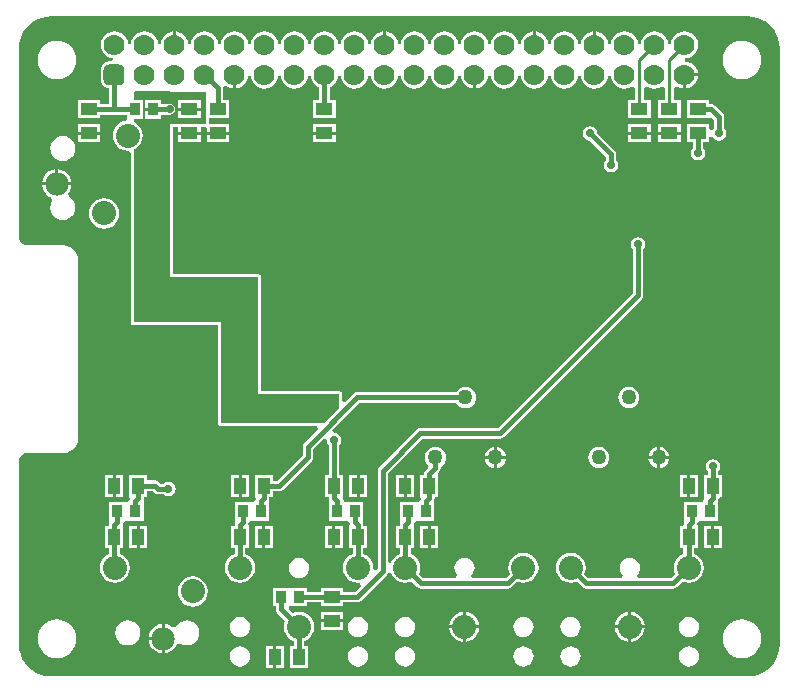
<source format=gbl>
G04*
G04 #@! TF.GenerationSoftware,Altium Limited,Altium Designer,20.2.4 (192)*
G04*
G04 Layer_Physical_Order=2*
G04 Layer_Color=16711680*
%FSLAX25Y25*%
%MOIN*%
G70*
G04*
G04 #@! TF.SameCoordinates,F9DD2519-DED0-4D21-AB53-5B03216E6D2C*
G04*
G04*
G04 #@! TF.FilePolarity,Positive*
G04*
G01*
G75*
%ADD11C,0.01000*%
%ADD15R,0.03400X0.04200*%
%ADD16R,0.04000X0.05500*%
%ADD20R,0.05500X0.04000*%
%ADD39C,0.07800*%
%ADD42C,0.01500*%
%ADD43C,0.05000*%
%ADD44C,0.08000*%
%ADD45C,0.07000*%
G04:AMPARAMS|DCode=46|XSize=70mil|YSize=70mil|CornerRadius=17.5mil|HoleSize=0mil|Usage=FLASHONLY|Rotation=0.000|XOffset=0mil|YOffset=0mil|HoleType=Round|Shape=RoundedRectangle|*
%AMROUNDEDRECTD46*
21,1,0.07000,0.03500,0,0,0.0*
21,1,0.03500,0.07000,0,0,0.0*
1,1,0.03500,0.01750,-0.01750*
1,1,0.03500,-0.01750,-0.01750*
1,1,0.03500,-0.01750,0.01750*
1,1,0.03500,0.01750,0.01750*
%
%ADD46ROUNDEDRECTD46*%
%ADD47C,0.02800*%
G36*
X212807Y19450D02*
X214431Y19060D01*
X215974Y18421D01*
X217398Y17548D01*
X218668Y16463D01*
X219753Y15193D01*
X220625Y13769D01*
X221265Y12226D01*
X221655Y10602D01*
X221784Y8956D01*
X221780Y8937D01*
Y-189882D01*
X221784Y-189901D01*
X221655Y-191547D01*
X221265Y-193171D01*
X220625Y-194714D01*
X219753Y-196138D01*
X218668Y-197408D01*
X217398Y-198493D01*
X215974Y-199366D01*
X214431Y-200005D01*
X212807Y-200395D01*
X211161Y-200524D01*
X211142Y-200520D01*
X-21142D01*
X-21161Y-200524D01*
X-22807Y-200395D01*
X-24431Y-200005D01*
X-25974Y-199366D01*
X-27398Y-198493D01*
X-28668Y-197408D01*
X-29753Y-196138D01*
X-30626Y-194714D01*
X-31265Y-193171D01*
X-31655Y-191547D01*
X-31784Y-189901D01*
X-31780Y-189882D01*
Y-128858D01*
X-31776D01*
X-31682Y-128144D01*
X-31407Y-127478D01*
X-30968Y-126906D01*
X-30396Y-126468D01*
X-29730Y-126192D01*
X-29016Y-126098D01*
Y-126094D01*
X-17205D01*
Y-126115D01*
X-15877Y-125940D01*
X-14639Y-125428D01*
X-13577Y-124612D01*
X-12761Y-123550D01*
X-12249Y-122312D01*
X-12074Y-120984D01*
X-12095Y-120984D01*
Y-61929D01*
X-12074Y-61929D01*
X-12249Y-60601D01*
X-12761Y-59364D01*
X-13577Y-58301D01*
X-14639Y-57486D01*
X-15877Y-56973D01*
X-17205Y-56798D01*
Y-56820D01*
X-17205Y-56820D01*
X-29016D01*
Y-56816D01*
X-29730Y-56722D01*
X-30396Y-56446D01*
X-30968Y-56007D01*
X-31407Y-55436D01*
X-31682Y-54770D01*
X-31776Y-54055D01*
X-31780D01*
Y8937D01*
X-31784Y8956D01*
X-31655Y10602D01*
X-31265Y12226D01*
X-30626Y13769D01*
X-29753Y15193D01*
X-28668Y16463D01*
X-27398Y17548D01*
X-25974Y18421D01*
X-24431Y19060D01*
X-22807Y19450D01*
X-21161Y19579D01*
X-21142Y19576D01*
X211142D01*
X211161Y19579D01*
X212807Y19450D01*
D02*
G37*
%LPC*%
G36*
X190000Y14539D02*
X188825Y14384D01*
X187731Y13931D01*
X186791Y13209D01*
X186069Y12269D01*
X185616Y11175D01*
X185547Y10655D01*
X185504Y10328D01*
X184496D01*
X184453Y10655D01*
X184384Y11175D01*
X183931Y12269D01*
X183209Y13209D01*
X182269Y13931D01*
X181175Y14384D01*
X180000Y14539D01*
X178825Y14384D01*
X177731Y13931D01*
X176791Y13209D01*
X176069Y12269D01*
X175616Y11175D01*
X175547Y10655D01*
X175504Y10328D01*
X174496D01*
X174453Y10655D01*
X174384Y11175D01*
X173931Y12269D01*
X173209Y13209D01*
X172269Y13931D01*
X171175Y14384D01*
X170000Y14539D01*
X168825Y14384D01*
X167731Y13931D01*
X166791Y13209D01*
X166069Y12269D01*
X165616Y11175D01*
X165547Y10655D01*
X165504Y10328D01*
X164496D01*
X164453Y10655D01*
X164384Y11175D01*
X163931Y12269D01*
X163209Y13209D01*
X162269Y13931D01*
X161175Y14384D01*
X160500Y14473D01*
Y10000D01*
X159500D01*
Y14473D01*
X158825Y14384D01*
X157731Y13931D01*
X156791Y13209D01*
X156069Y12269D01*
X155616Y11175D01*
X155547Y10655D01*
X155504Y10328D01*
X154496D01*
X154453Y10655D01*
X154384Y11175D01*
X153931Y12269D01*
X153209Y13209D01*
X152269Y13931D01*
X151175Y14384D01*
X150000Y14539D01*
X148825Y14384D01*
X147731Y13931D01*
X146791Y13209D01*
X146069Y12269D01*
X145616Y11175D01*
X145547Y10655D01*
X145504Y10328D01*
X144496D01*
X144453Y10655D01*
X144384Y11175D01*
X143931Y12269D01*
X143209Y13209D01*
X142269Y13931D01*
X141175Y14384D01*
X140500Y14473D01*
Y10000D01*
X139500D01*
Y14473D01*
X138825Y14384D01*
X137731Y13931D01*
X136791Y13209D01*
X136069Y12269D01*
X135616Y11175D01*
X135547Y10655D01*
X135504Y10328D01*
X134496D01*
X134453Y10655D01*
X134384Y11175D01*
X133931Y12269D01*
X133209Y13209D01*
X132269Y13931D01*
X131175Y14384D01*
X130000Y14539D01*
X128825Y14384D01*
X127731Y13931D01*
X126791Y13209D01*
X126069Y12269D01*
X125616Y11175D01*
X125547Y10655D01*
X125504Y10328D01*
X124496D01*
X124453Y10655D01*
X124384Y11175D01*
X123931Y12269D01*
X123209Y13209D01*
X122269Y13931D01*
X121175Y14384D01*
X120000Y14539D01*
X118825Y14384D01*
X117731Y13931D01*
X116791Y13209D01*
X116069Y12269D01*
X115616Y11175D01*
X115547Y10655D01*
X115504Y10328D01*
X114496D01*
X114453Y10655D01*
X114384Y11175D01*
X113931Y12269D01*
X113209Y13209D01*
X112269Y13931D01*
X111175Y14384D01*
X110000Y14539D01*
X108825Y14384D01*
X107731Y13931D01*
X106791Y13209D01*
X106069Y12269D01*
X105616Y11175D01*
X105547Y10655D01*
X105504Y10328D01*
X104496D01*
X104453Y10655D01*
X104384Y11175D01*
X103931Y12269D01*
X103209Y13209D01*
X102269Y13931D01*
X101175Y14384D01*
X100000Y14539D01*
X98825Y14384D01*
X97731Y13931D01*
X96791Y13209D01*
X96069Y12269D01*
X95616Y11175D01*
X95547Y10655D01*
X95504Y10328D01*
X94496D01*
X94453Y10655D01*
X94384Y11175D01*
X93931Y12269D01*
X93209Y13209D01*
X92269Y13931D01*
X91175Y14384D01*
X90500Y14473D01*
Y10000D01*
X89500D01*
Y14473D01*
X88825Y14384D01*
X87731Y13931D01*
X86791Y13209D01*
X86069Y12269D01*
X85616Y11175D01*
X85547Y10655D01*
X85504Y10328D01*
X84496D01*
X84453Y10655D01*
X84384Y11175D01*
X83931Y12269D01*
X83209Y13209D01*
X82269Y13931D01*
X81175Y14384D01*
X80000Y14539D01*
X78825Y14384D01*
X77731Y13931D01*
X76791Y13209D01*
X76069Y12269D01*
X75616Y11175D01*
X75547Y10655D01*
X75504Y10328D01*
X74496D01*
X74453Y10655D01*
X74384Y11175D01*
X73931Y12269D01*
X73209Y13209D01*
X72269Y13931D01*
X71175Y14384D01*
X70000Y14539D01*
X68825Y14384D01*
X67731Y13931D01*
X66791Y13209D01*
X66069Y12269D01*
X65616Y11175D01*
X65547Y10655D01*
X65504Y10328D01*
X64496D01*
X64453Y10655D01*
X64384Y11175D01*
X63931Y12269D01*
X63209Y13209D01*
X62269Y13931D01*
X61175Y14384D01*
X60000Y14539D01*
X58825Y14384D01*
X57731Y13931D01*
X56791Y13209D01*
X56069Y12269D01*
X55616Y11175D01*
X55547Y10655D01*
X55504Y10328D01*
X54496D01*
X54453Y10655D01*
X54384Y11175D01*
X53931Y12269D01*
X53209Y13209D01*
X52269Y13931D01*
X51175Y14384D01*
X50000Y14539D01*
X48825Y14384D01*
X47731Y13931D01*
X46791Y13209D01*
X46069Y12269D01*
X45616Y11175D01*
X45547Y10655D01*
X45504Y10328D01*
X44496D01*
X44453Y10655D01*
X44384Y11175D01*
X43931Y12269D01*
X43209Y13209D01*
X42269Y13931D01*
X41175Y14384D01*
X40000Y14539D01*
X38825Y14384D01*
X37731Y13931D01*
X36791Y13209D01*
X36069Y12269D01*
X35616Y11175D01*
X35547Y10655D01*
X35504Y10328D01*
X34496D01*
X34453Y10655D01*
X34384Y11175D01*
X33931Y12269D01*
X33209Y13209D01*
X32269Y13931D01*
X31175Y14384D01*
X30000Y14539D01*
X28825Y14384D01*
X27731Y13931D01*
X26791Y13209D01*
X26069Y12269D01*
X25616Y11175D01*
X25547Y10655D01*
X25504Y10328D01*
X24496D01*
X24453Y10655D01*
X24384Y11175D01*
X23931Y12269D01*
X23209Y13209D01*
X22269Y13931D01*
X21175Y14384D01*
X20500Y14473D01*
Y10000D01*
X19500D01*
Y14473D01*
X18825Y14384D01*
X17731Y13931D01*
X16791Y13209D01*
X16069Y12269D01*
X15616Y11175D01*
X15547Y10655D01*
X15504Y10328D01*
X14496D01*
X14453Y10655D01*
X14384Y11175D01*
X13931Y12269D01*
X13209Y13209D01*
X12269Y13931D01*
X11175Y14384D01*
X10000Y14539D01*
X8825Y14384D01*
X7731Y13931D01*
X6791Y13209D01*
X6069Y12269D01*
X5616Y11175D01*
X5547Y10655D01*
X5504Y10328D01*
X4496D01*
X4453Y10655D01*
X4384Y11175D01*
X3931Y12269D01*
X3209Y13209D01*
X2269Y13931D01*
X1175Y14384D01*
X0Y14539D01*
X-1175Y14384D01*
X-2269Y13931D01*
X-3209Y13209D01*
X-3931Y12269D01*
X-4384Y11175D01*
X-4539Y10000D01*
X-4384Y8825D01*
X-3931Y7731D01*
X-3209Y6791D01*
X-2269Y6069D01*
X-1175Y5616D01*
X-499Y5527D01*
X-475Y5524D01*
X-501Y5129D01*
X-501D01*
X-501Y5129D01*
X-1250Y4524D01*
X-1750D01*
X-2468Y4429D01*
X-3137Y4152D01*
X-3711Y3711D01*
X-4152Y3137D01*
X-4429Y2468D01*
X-4524Y1750D01*
Y-1750D01*
X-4429Y-2468D01*
X-4152Y-3137D01*
X-3711Y-3711D01*
X-3137Y-4152D01*
X-2468Y-4429D01*
X-1784Y-4519D01*
Y-9716D01*
X-4750D01*
Y-8500D01*
X-12250D01*
Y-14500D01*
X-4750D01*
Y-13284D01*
X4300D01*
Y-14600D01*
X3577Y-15269D01*
X3144Y-15326D01*
X1927Y-15829D01*
X883Y-16631D01*
X81Y-17675D01*
X-422Y-18892D01*
X-594Y-20197D01*
X-422Y-21502D01*
X81Y-22718D01*
X883Y-23763D01*
X1927Y-24564D01*
X3144Y-25068D01*
X4449Y-25240D01*
X4729Y-25203D01*
X5480Y-25863D01*
Y-82500D01*
X5558Y-82890D01*
X5779Y-83221D01*
X6110Y-83442D01*
X6500Y-83520D01*
X34480Y-83520D01*
Y-116000D01*
X34558Y-116390D01*
X34779Y-116721D01*
X35110Y-116942D01*
X35500Y-117020D01*
X67651D01*
X68033Y-117944D01*
X63238Y-122738D01*
X62852Y-123317D01*
X62716Y-124000D01*
Y-126761D01*
X54261Y-135216D01*
X52882D01*
Y-133250D01*
X46882D01*
Y-140750D01*
X46882D01*
X47054Y-141400D01*
X46481Y-142400D01*
X45582Y-142400D01*
X45182Y-142400D01*
X40182D01*
Y-148600D01*
X40182Y-148600D01*
X40139Y-149582D01*
X40046Y-150052D01*
Y-150282D01*
X38850D01*
Y-157782D01*
X40066D01*
Y-159618D01*
X39329Y-159924D01*
X38284Y-160725D01*
X37483Y-161770D01*
X36979Y-162986D01*
X36807Y-164291D01*
X36979Y-165597D01*
X37483Y-166813D01*
X38284Y-167857D01*
X39329Y-168659D01*
X40545Y-169163D01*
X41850Y-169334D01*
X43156Y-169163D01*
X44372Y-168659D01*
X45416Y-167857D01*
X46218Y-166813D01*
X46722Y-165597D01*
X46894Y-164291D01*
X46722Y-162986D01*
X46218Y-161770D01*
X45416Y-160725D01*
X44372Y-159924D01*
X43635Y-159618D01*
Y-157782D01*
X44850D01*
Y-150282D01*
X44850D01*
X44658Y-149600D01*
X45208Y-148600D01*
X46182Y-148600D01*
X46582Y-148600D01*
X51582D01*
Y-142400D01*
X51582D01*
X51586Y-141402D01*
X51666Y-141000D01*
Y-140750D01*
X52882D01*
Y-138784D01*
X55000D01*
X55683Y-138648D01*
X56262Y-138262D01*
X65762Y-128762D01*
X66149Y-128183D01*
X66284Y-127500D01*
X66284Y-127500D01*
Y-124739D01*
X69866Y-121158D01*
X70788Y-121650D01*
X70774Y-121721D01*
X70960Y-122657D01*
X71436Y-123370D01*
Y-133271D01*
X70221D01*
Y-140770D01*
X71436D01*
Y-141021D01*
X71516Y-141422D01*
X71521Y-142420D01*
X71521D01*
Y-148620D01*
X76521D01*
X77521Y-148620D01*
X77956Y-148811D01*
X78074Y-148957D01*
X78377Y-149620D01*
X78200Y-150250D01*
X78200D01*
Y-157750D01*
X79436D01*
Y-159618D01*
X78699Y-159924D01*
X77654Y-160725D01*
X76853Y-161770D01*
X76349Y-162986D01*
X76177Y-164291D01*
X76349Y-165597D01*
X76853Y-166813D01*
X77654Y-167857D01*
X78699Y-168659D01*
X79915Y-169163D01*
X81221Y-169334D01*
X81805Y-169257D01*
X82272Y-170205D01*
X80261Y-172216D01*
X76250D01*
Y-171000D01*
X68750D01*
Y-172216D01*
X64200D01*
Y-170900D01*
X59200D01*
X58200Y-170900D01*
X57800Y-170900D01*
X52800D01*
Y-177100D01*
X53716D01*
Y-177941D01*
X53851Y-178624D01*
X54238Y-179203D01*
X56969Y-181934D01*
X56664Y-182671D01*
X56492Y-183976D01*
X56664Y-185282D01*
X57168Y-186498D01*
X57969Y-187542D01*
X59014Y-188344D01*
X59716Y-188635D01*
Y-190250D01*
X58500D01*
Y-197750D01*
X64500D01*
Y-190250D01*
X63284D01*
Y-188664D01*
X64057Y-188344D01*
X65101Y-187542D01*
X65903Y-186498D01*
X66407Y-185282D01*
X66579Y-183976D01*
X66407Y-182671D01*
X65903Y-181455D01*
X65101Y-180410D01*
X64057Y-179609D01*
X62841Y-179105D01*
X61535Y-178933D01*
X60230Y-179105D01*
X59493Y-179411D01*
X58182Y-178100D01*
X58200Y-177100D01*
X58800D01*
X59200Y-177100D01*
X64200D01*
Y-175784D01*
X68750D01*
Y-177000D01*
X76250D01*
Y-175784D01*
X81000D01*
X81683Y-175648D01*
X82262Y-175262D01*
X90762Y-166762D01*
X90762Y-166762D01*
X91149Y-166183D01*
X91184Y-166005D01*
X92224Y-165902D01*
X92601Y-166813D01*
X93402Y-167857D01*
X94447Y-168659D01*
X95663Y-169163D01*
X96969Y-169334D01*
X98274Y-169163D01*
X99011Y-168857D01*
X100916Y-170762D01*
X100916Y-170762D01*
X101494Y-171149D01*
X102177Y-171284D01*
X102177Y-171284D01*
X131130D01*
X131813Y-171149D01*
X132392Y-170762D01*
X134296Y-168857D01*
X135033Y-169163D01*
X136339Y-169334D01*
X137644Y-169163D01*
X138860Y-168659D01*
X139905Y-167857D01*
X140706Y-166813D01*
X141210Y-165597D01*
X141382Y-164291D01*
X141210Y-162986D01*
X140706Y-161770D01*
X139905Y-160725D01*
X138860Y-159924D01*
X137644Y-159420D01*
X136339Y-159248D01*
X135033Y-159420D01*
X133817Y-159924D01*
X132773Y-160725D01*
X131971Y-161770D01*
X131467Y-162986D01*
X131296Y-164291D01*
X131467Y-165597D01*
X131773Y-166334D01*
X130391Y-167716D01*
X119357D01*
X119017Y-166716D01*
X119052Y-166689D01*
X119590Y-165987D01*
X119929Y-165169D01*
X120045Y-164291D01*
X119929Y-163414D01*
X119590Y-162596D01*
X119052Y-161893D01*
X118349Y-161354D01*
X117531Y-161016D01*
X116654Y-160900D01*
X115776Y-161016D01*
X114958Y-161354D01*
X114256Y-161893D01*
X113717Y-162596D01*
X113378Y-163414D01*
X113262Y-164291D01*
X113378Y-165169D01*
X113717Y-165987D01*
X114256Y-166689D01*
X114290Y-166716D01*
X113951Y-167716D01*
X102916D01*
X101534Y-166334D01*
X101840Y-165597D01*
X102012Y-164291D01*
X101840Y-162986D01*
X101336Y-161770D01*
X100535Y-160725D01*
X99490Y-159924D01*
X98753Y-159618D01*
Y-157750D01*
X100000D01*
Y-150250D01*
X100000D01*
X99827Y-149600D01*
X100401Y-148600D01*
X101300Y-148600D01*
X101700Y-148600D01*
X106700D01*
Y-142400D01*
X106700D01*
X106704Y-141402D01*
X106784Y-141000D01*
Y-140750D01*
X108000D01*
Y-133250D01*
X108000D01*
X107787Y-132736D01*
X108262Y-132262D01*
X108262Y-132262D01*
X108649Y-131683D01*
X108784Y-131000D01*
X108784Y-131000D01*
Y-130543D01*
X109496Y-129996D01*
X110057Y-129265D01*
X110410Y-128414D01*
X110530Y-127500D01*
X110410Y-126586D01*
X110057Y-125735D01*
X109496Y-125004D01*
X108765Y-124443D01*
X107914Y-124090D01*
X107000Y-123970D01*
X106086Y-124090D01*
X105235Y-124443D01*
X104504Y-125004D01*
X103943Y-125735D01*
X103590Y-126586D01*
X103470Y-127500D01*
X103590Y-128414D01*
X103943Y-129265D01*
X104504Y-129996D01*
X104564Y-130913D01*
X103738Y-131738D01*
X103351Y-132317D01*
X103216Y-133000D01*
Y-133250D01*
X102000D01*
Y-140750D01*
X102000D01*
X102173Y-141400D01*
X101599Y-142400D01*
X100700Y-142400D01*
X100300Y-142400D01*
X95300D01*
Y-148600D01*
X95300Y-148600D01*
X95296Y-149598D01*
X95216Y-150000D01*
Y-150250D01*
X94000D01*
Y-157750D01*
X95184D01*
Y-159618D01*
X94447Y-159924D01*
X93402Y-160725D01*
X92601Y-161770D01*
X92284Y-162534D01*
X91284Y-162336D01*
Y-132739D01*
X102739Y-121284D01*
X128500D01*
X129183Y-121149D01*
X129762Y-120762D01*
X175762Y-74762D01*
X175762Y-74762D01*
X176148Y-74183D01*
X176284Y-73500D01*
Y-58149D01*
X176761Y-57436D01*
X176947Y-56500D01*
X176761Y-55564D01*
X176230Y-54770D01*
X175436Y-54239D01*
X174500Y-54053D01*
X173564Y-54239D01*
X172770Y-54770D01*
X172239Y-55564D01*
X172053Y-56500D01*
X172239Y-57436D01*
X172716Y-58149D01*
Y-72761D01*
X127761Y-117716D01*
X102000D01*
X102000Y-117716D01*
X101317Y-117851D01*
X100738Y-118238D01*
X88238Y-130738D01*
X87852Y-131317D01*
X87716Y-132000D01*
Y-164605D01*
X87159Y-165040D01*
X86228Y-164566D01*
X86264Y-164291D01*
X86092Y-162986D01*
X85588Y-161770D01*
X84786Y-160725D01*
X83742Y-159924D01*
X83005Y-159618D01*
Y-157750D01*
X84200D01*
Y-150250D01*
X83005D01*
Y-150021D01*
X82925Y-149619D01*
X82920Y-148620D01*
X82920Y-148620D01*
Y-142420D01*
X77921D01*
X76920Y-142420D01*
X76457Y-142218D01*
X76379Y-142122D01*
X76048Y-141420D01*
X76221Y-140770D01*
X76221D01*
Y-133271D01*
X75005D01*
Y-123370D01*
X75481Y-122657D01*
X75668Y-121721D01*
X75481Y-120784D01*
X74951Y-119990D01*
X74157Y-119460D01*
X73220Y-119273D01*
X73150Y-119288D01*
X72658Y-118366D01*
X81739Y-109284D01*
X113958D01*
X114504Y-109996D01*
X115235Y-110557D01*
X116086Y-110910D01*
X117000Y-111030D01*
X117914Y-110910D01*
X118765Y-110557D01*
X119496Y-109996D01*
X120057Y-109265D01*
X120410Y-108414D01*
X120530Y-107500D01*
X120410Y-106586D01*
X120057Y-105735D01*
X119496Y-105004D01*
X118765Y-104443D01*
X117914Y-104090D01*
X117000Y-103970D01*
X116086Y-104090D01*
X115235Y-104443D01*
X114504Y-105004D01*
X113958Y-105716D01*
X81000D01*
X80317Y-105851D01*
X79738Y-106238D01*
X79738Y-106238D01*
X76943Y-109033D01*
X76020Y-108651D01*
Y-106500D01*
X75942Y-106110D01*
X75721Y-105779D01*
X75390Y-105558D01*
X75000Y-105480D01*
X49020D01*
Y-67500D01*
X48942Y-67110D01*
X48721Y-66779D01*
X48390Y-66558D01*
X48000Y-66480D01*
X19520D01*
Y-17520D01*
X21250D01*
Y-19000D01*
X28750D01*
Y-17520D01*
X30500D01*
X30750Y-17725D01*
Y-19000D01*
X38250D01*
Y-16500D01*
X31520D01*
Y-14500D01*
X38250D01*
Y-8500D01*
X36284D01*
Y-4500D01*
X36186Y-4006D01*
X36673Y-3543D01*
X37002Y-3371D01*
X37731Y-3931D01*
X38825Y-4384D01*
X39500Y-4473D01*
Y0D01*
X40500D01*
Y-4473D01*
X41175Y-4384D01*
X42269Y-3931D01*
X43209Y-3209D01*
X43931Y-2269D01*
X44384Y-1175D01*
X44453Y-654D01*
X44496Y-328D01*
X45504D01*
X45547Y-654D01*
X45616Y-1175D01*
X46069Y-2269D01*
X46791Y-3209D01*
X47731Y-3931D01*
X48825Y-4384D01*
X50000Y-4539D01*
X51175Y-4384D01*
X52269Y-3931D01*
X53209Y-3209D01*
X53931Y-2269D01*
X54384Y-1175D01*
X54453Y-654D01*
X54496Y-328D01*
X55504D01*
X55547Y-654D01*
X55616Y-1175D01*
X56069Y-2269D01*
X56791Y-3209D01*
X57731Y-3931D01*
X58825Y-4384D01*
X60000Y-4539D01*
X61175Y-4384D01*
X62269Y-3931D01*
X63209Y-3209D01*
X63931Y-2269D01*
X64384Y-1175D01*
X64453Y-654D01*
X64496Y-328D01*
X65504D01*
X65547Y-654D01*
X65616Y-1175D01*
X66069Y-2269D01*
X66791Y-3209D01*
X67731Y-3931D01*
X68216Y-4132D01*
Y-8500D01*
X66250D01*
Y-14500D01*
X73750D01*
Y-8500D01*
X71784D01*
Y-4132D01*
X72269Y-3931D01*
X73209Y-3209D01*
X73931Y-2269D01*
X74384Y-1175D01*
X74453Y-654D01*
X74496Y-328D01*
X75504D01*
X75547Y-654D01*
X75616Y-1175D01*
X76069Y-2269D01*
X76791Y-3209D01*
X77731Y-3931D01*
X78825Y-4384D01*
X80000Y-4539D01*
X81175Y-4384D01*
X82269Y-3931D01*
X83209Y-3209D01*
X83931Y-2269D01*
X84384Y-1175D01*
X84453Y-654D01*
X84496Y-328D01*
X85504D01*
X85547Y-654D01*
X85616Y-1175D01*
X86069Y-2269D01*
X86791Y-3209D01*
X87731Y-3931D01*
X88825Y-4384D01*
X90000Y-4539D01*
X91175Y-4384D01*
X92269Y-3931D01*
X93209Y-3209D01*
X93931Y-2269D01*
X94384Y-1175D01*
X94453Y-654D01*
X94496Y-328D01*
X95504D01*
X95547Y-654D01*
X95616Y-1175D01*
X96069Y-2269D01*
X96791Y-3209D01*
X97731Y-3931D01*
X98825Y-4384D01*
X100000Y-4539D01*
X101175Y-4384D01*
X102269Y-3931D01*
X103209Y-3209D01*
X103931Y-2269D01*
X104384Y-1175D01*
X104453Y-654D01*
X104496Y-328D01*
X105504D01*
X105547Y-654D01*
X105616Y-1175D01*
X106069Y-2269D01*
X106791Y-3209D01*
X107731Y-3931D01*
X108825Y-4384D01*
X110000Y-4539D01*
X111175Y-4384D01*
X112269Y-3931D01*
X113209Y-3209D01*
X113931Y-2269D01*
X114384Y-1175D01*
X114453Y-654D01*
X114496Y-328D01*
X115504D01*
X115547Y-654D01*
X115616Y-1175D01*
X116069Y-2269D01*
X116791Y-3209D01*
X117731Y-3931D01*
X118825Y-4384D01*
X119500Y-4473D01*
Y0D01*
X120500D01*
Y-4473D01*
X121175Y-4384D01*
X122269Y-3931D01*
X123209Y-3209D01*
X123931Y-2269D01*
X124384Y-1175D01*
X124453Y-654D01*
X124496Y-328D01*
X125504D01*
X125547Y-654D01*
X125616Y-1175D01*
X126069Y-2269D01*
X126791Y-3209D01*
X127731Y-3931D01*
X128825Y-4384D01*
X130000Y-4539D01*
X131175Y-4384D01*
X132269Y-3931D01*
X133209Y-3209D01*
X133931Y-2269D01*
X134384Y-1175D01*
X134453Y-654D01*
X134496Y-328D01*
X135504D01*
X135547Y-654D01*
X135616Y-1175D01*
X136069Y-2269D01*
X136791Y-3209D01*
X137731Y-3931D01*
X138825Y-4384D01*
X140000Y-4539D01*
X141175Y-4384D01*
X142269Y-3931D01*
X143209Y-3209D01*
X143931Y-2269D01*
X144384Y-1175D01*
X144453Y-654D01*
X144496Y-328D01*
X145504D01*
X145547Y-654D01*
X145616Y-1175D01*
X146069Y-2269D01*
X146791Y-3209D01*
X147731Y-3931D01*
X148825Y-4384D01*
X150000Y-4539D01*
X151175Y-4384D01*
X152269Y-3931D01*
X153209Y-3209D01*
X153931Y-2269D01*
X154384Y-1175D01*
X154453Y-654D01*
X154496Y-328D01*
X155504D01*
X155547Y-654D01*
X155616Y-1175D01*
X156069Y-2269D01*
X156791Y-3209D01*
X157731Y-3931D01*
X158825Y-4384D01*
X160000Y-4539D01*
X161175Y-4384D01*
X162269Y-3931D01*
X163209Y-3209D01*
X163931Y-2269D01*
X164384Y-1175D01*
X164453Y-654D01*
X164496Y-328D01*
X165504D01*
X165547Y-654D01*
X165616Y-1175D01*
X166069Y-2269D01*
X166791Y-3209D01*
X167731Y-3931D01*
X168825Y-4384D01*
X170000Y-4539D01*
X171175Y-4384D01*
X172269Y-3931D01*
X172471Y-3776D01*
X173471Y-4270D01*
Y-8500D01*
X171250D01*
Y-14500D01*
X178750D01*
Y-8500D01*
X176529D01*
Y-4270D01*
X177529Y-3776D01*
X177731Y-3931D01*
X178825Y-4384D01*
X180000Y-4539D01*
X181175Y-4384D01*
X182269Y-3931D01*
X182471Y-3776D01*
X183471Y-4270D01*
Y-8500D01*
X181250D01*
Y-14500D01*
X188750D01*
Y-8500D01*
X186529D01*
Y-4270D01*
X187529Y-3776D01*
X187731Y-3931D01*
X188825Y-4384D01*
X189500Y-4473D01*
Y0D01*
X190000D01*
Y500D01*
X194473D01*
X194384Y1175D01*
X193931Y2269D01*
X193209Y3209D01*
X192269Y3931D01*
X191175Y4384D01*
X190655Y4453D01*
X190328Y4496D01*
Y5504D01*
X190655Y5547D01*
X191175Y5616D01*
X192269Y6069D01*
X193209Y6791D01*
X193931Y7731D01*
X194384Y8825D01*
X194539Y10000D01*
X194384Y11175D01*
X193931Y12269D01*
X193209Y13209D01*
X192269Y13931D01*
X191175Y14384D01*
X190000Y14539D01*
D02*
G37*
G36*
X209173Y11444D02*
X207916Y11321D01*
X206707Y10954D01*
X205593Y10358D01*
X204616Y9557D01*
X203815Y8580D01*
X203219Y7466D01*
X202853Y6257D01*
X202729Y5000D01*
X202853Y3743D01*
X203219Y2534D01*
X203815Y1420D01*
X204616Y443D01*
X205593Y-358D01*
X206707Y-954D01*
X207916Y-1321D01*
X209173Y-1444D01*
X210431Y-1321D01*
X211639Y-954D01*
X212754Y-358D01*
X213730Y443D01*
X214532Y1420D01*
X215127Y2534D01*
X215494Y3743D01*
X215618Y5000D01*
X215494Y6257D01*
X215127Y7466D01*
X214532Y8580D01*
X213730Y9557D01*
X212754Y10358D01*
X211639Y10954D01*
X210431Y11321D01*
X209173Y11444D01*
D02*
G37*
G36*
X-19173D02*
X-20430Y11321D01*
X-21639Y10954D01*
X-22754Y10358D01*
X-23730Y9557D01*
X-24532Y8580D01*
X-25127Y7466D01*
X-25494Y6257D01*
X-25618Y5000D01*
X-25494Y3743D01*
X-25127Y2534D01*
X-24532Y1420D01*
X-23730Y443D01*
X-22754Y-358D01*
X-21639Y-954D01*
X-20430Y-1321D01*
X-19173Y-1444D01*
X-17916Y-1321D01*
X-16707Y-954D01*
X-15593Y-358D01*
X-14616Y443D01*
X-13815Y1420D01*
X-13219Y2534D01*
X-12853Y3743D01*
X-12729Y5000D01*
X-12853Y6257D01*
X-13219Y7466D01*
X-13815Y8580D01*
X-14616Y9557D01*
X-15593Y10358D01*
X-16707Y10954D01*
X-17916Y11321D01*
X-19173Y11444D01*
D02*
G37*
G36*
X194473Y-500D02*
X190500D01*
Y-4473D01*
X191175Y-4384D01*
X192269Y-3931D01*
X193209Y-3209D01*
X193931Y-2269D01*
X194384Y-1175D01*
X194473Y-500D01*
D02*
G37*
G36*
X198250Y-8500D02*
X190750D01*
Y-14500D01*
X198250D01*
Y-14500D01*
X198873Y-14359D01*
X199716Y-15076D01*
Y-17772D01*
X199250Y-18260D01*
X198250Y-17893D01*
Y-16500D01*
X190750D01*
Y-22500D01*
X192716D01*
Y-24351D01*
X192239Y-25064D01*
X192053Y-26000D01*
X192239Y-26936D01*
X192770Y-27730D01*
X193564Y-28261D01*
X194500Y-28447D01*
X195436Y-28261D01*
X196230Y-27730D01*
X196761Y-26936D01*
X196947Y-26000D01*
X196761Y-25064D01*
X196284Y-24351D01*
Y-22500D01*
X198250D01*
Y-20589D01*
X199239Y-20436D01*
X199770Y-21230D01*
X200564Y-21761D01*
X201500Y-21947D01*
X202436Y-21761D01*
X203230Y-21230D01*
X203761Y-20436D01*
X203947Y-19500D01*
X203761Y-18564D01*
X203284Y-17851D01*
Y-14000D01*
X203149Y-13317D01*
X202762Y-12738D01*
X202762Y-12738D01*
X200262Y-10238D01*
X199683Y-9851D01*
X199000Y-9716D01*
X198250D01*
Y-8500D01*
D02*
G37*
G36*
X188750Y-16500D02*
X181250D01*
Y-19000D01*
X188750D01*
Y-16500D01*
D02*
G37*
G36*
X178750D02*
X171250D01*
Y-19000D01*
X178750D01*
Y-16500D01*
D02*
G37*
G36*
X73750D02*
X66250D01*
Y-19000D01*
X73750D01*
Y-16500D01*
D02*
G37*
G36*
X-4750D02*
X-12250D01*
Y-19000D01*
X-4750D01*
Y-16500D01*
D02*
G37*
G36*
X188750Y-20000D02*
X181250D01*
Y-22500D01*
X188750D01*
Y-20000D01*
D02*
G37*
G36*
X178750D02*
X171250D01*
Y-22500D01*
X178750D01*
Y-20000D01*
D02*
G37*
G36*
X73750D02*
X66250D01*
Y-22500D01*
X73750D01*
Y-20000D01*
D02*
G37*
G36*
X38250D02*
X30750D01*
Y-22500D01*
X38250D01*
Y-20000D01*
D02*
G37*
G36*
X28750D02*
X21250D01*
Y-22500D01*
X28750D01*
Y-20000D01*
D02*
G37*
G36*
X-4750D02*
X-12250D01*
Y-22500D01*
X-4750D01*
Y-20000D01*
D02*
G37*
G36*
X-17205Y-20342D02*
X-18288Y-20484D01*
X-19298Y-20902D01*
X-20165Y-21568D01*
X-20830Y-22435D01*
X-21248Y-23444D01*
X-21391Y-24528D01*
X-21248Y-25611D01*
X-20830Y-26621D01*
X-20165Y-27487D01*
X-19298Y-28153D01*
X-18288Y-28571D01*
X-17205Y-28713D01*
X-16121Y-28571D01*
X-15112Y-28153D01*
X-14245Y-27487D01*
X-13580Y-26621D01*
X-13161Y-25611D01*
X-13019Y-24528D01*
X-13161Y-23444D01*
X-13580Y-22435D01*
X-14245Y-21568D01*
X-15112Y-20902D01*
X-16121Y-20484D01*
X-17205Y-20342D01*
D02*
G37*
G36*
X158500Y-17053D02*
X157564Y-17239D01*
X156770Y-17770D01*
X156239Y-18564D01*
X156053Y-19500D01*
X156239Y-20436D01*
X156770Y-21230D01*
X157564Y-21761D01*
X158405Y-21928D01*
X163716Y-27239D01*
Y-28350D01*
X163239Y-29064D01*
X163053Y-30000D01*
X163239Y-30936D01*
X163770Y-31730D01*
X164564Y-32261D01*
X165500Y-32447D01*
X166436Y-32261D01*
X167230Y-31730D01*
X167761Y-30936D01*
X167947Y-30000D01*
X167761Y-29064D01*
X167284Y-28350D01*
Y-26500D01*
X167148Y-25817D01*
X166762Y-25238D01*
X166762Y-25238D01*
X160928Y-19405D01*
X160761Y-18564D01*
X160230Y-17770D01*
X159436Y-17239D01*
X158500Y-17053D01*
D02*
G37*
G36*
X-18673Y-31462D02*
Y-35839D01*
X-14297D01*
X-14399Y-35059D01*
X-14893Y-33867D01*
X-15678Y-32844D01*
X-16702Y-32058D01*
X-17894Y-31565D01*
X-18673Y-31462D01*
D02*
G37*
G36*
X-19673D02*
X-20452Y-31565D01*
X-21644Y-32058D01*
X-22668Y-32844D01*
X-23453Y-33867D01*
X-23947Y-35059D01*
X-24050Y-35839D01*
X-19673D01*
Y-31462D01*
D02*
G37*
G36*
X-14297Y-36839D02*
X-19173D01*
X-24050D01*
X-23947Y-37618D01*
X-23453Y-38810D01*
X-22668Y-39833D01*
X-21644Y-40619D01*
X-21109Y-40841D01*
X-20766Y-42036D01*
X-20830Y-42120D01*
X-21248Y-43129D01*
X-21391Y-44213D01*
X-21248Y-45296D01*
X-20830Y-46306D01*
X-20165Y-47172D01*
X-19298Y-47838D01*
X-18288Y-48256D01*
X-17205Y-48398D01*
X-16121Y-48256D01*
X-15112Y-47838D01*
X-14245Y-47172D01*
X-13580Y-46306D01*
X-13161Y-45296D01*
X-13019Y-44213D01*
X-13161Y-43129D01*
X-13580Y-42120D01*
X-14245Y-41253D01*
X-15067Y-40622D01*
X-15132Y-40553D01*
X-15351Y-39406D01*
X-14893Y-38810D01*
X-14399Y-37618D01*
X-14297Y-36839D01*
D02*
G37*
G36*
X-3425Y-41138D02*
X-4730Y-41310D01*
X-5947Y-41814D01*
X-6991Y-42615D01*
X-7793Y-43659D01*
X-8297Y-44876D01*
X-8468Y-46181D01*
X-8297Y-47486D01*
X-7793Y-48703D01*
X-6991Y-49747D01*
X-5947Y-50549D01*
X-4730Y-51052D01*
X-3425Y-51224D01*
X-2120Y-51052D01*
X-904Y-50549D01*
X141Y-49747D01*
X942Y-48703D01*
X1446Y-47486D01*
X1618Y-46181D01*
X1446Y-44876D01*
X942Y-43659D01*
X141Y-42615D01*
X-904Y-41814D01*
X-2120Y-41310D01*
X-3425Y-41138D01*
D02*
G37*
G36*
X171500Y-103970D02*
X170586Y-104090D01*
X169735Y-104443D01*
X169004Y-105004D01*
X168443Y-105735D01*
X168090Y-106586D01*
X167970Y-107500D01*
X168090Y-108414D01*
X168443Y-109265D01*
X169004Y-109996D01*
X169735Y-110557D01*
X170586Y-110910D01*
X171500Y-111030D01*
X172414Y-110910D01*
X173265Y-110557D01*
X173996Y-109996D01*
X174557Y-109265D01*
X174910Y-108414D01*
X175030Y-107500D01*
X174910Y-106586D01*
X174557Y-105735D01*
X173996Y-105004D01*
X173265Y-104443D01*
X172414Y-104090D01*
X171500Y-103970D01*
D02*
G37*
G36*
X127500Y-124036D02*
Y-127000D01*
X130464D01*
X130410Y-126586D01*
X130057Y-125735D01*
X129496Y-125004D01*
X128765Y-124443D01*
X127914Y-124090D01*
X127500Y-124036D01*
D02*
G37*
G36*
X182000D02*
Y-127000D01*
X184964D01*
X184910Y-126586D01*
X184557Y-125735D01*
X183996Y-125004D01*
X183265Y-124443D01*
X182414Y-124090D01*
X182000Y-124036D01*
D02*
G37*
G36*
X126500Y-124036D02*
X126086Y-124090D01*
X125235Y-124443D01*
X124504Y-125004D01*
X123943Y-125735D01*
X123590Y-126586D01*
X123536Y-127000D01*
X126500D01*
Y-124036D01*
D02*
G37*
G36*
X181000D02*
X180586Y-124090D01*
X179735Y-124443D01*
X179004Y-125004D01*
X178443Y-125735D01*
X178090Y-126586D01*
X178036Y-127000D01*
X181000D01*
Y-124036D01*
D02*
G37*
G36*
X127000Y-127500D02*
D01*
D01*
D01*
D02*
G37*
G36*
X184964Y-128000D02*
X182000D01*
Y-130964D01*
X182414Y-130910D01*
X183265Y-130557D01*
X183996Y-129996D01*
X184557Y-129265D01*
X184910Y-128414D01*
X184964Y-128000D01*
D02*
G37*
G36*
X130464D02*
X127500D01*
Y-130964D01*
X127914Y-130910D01*
X128765Y-130557D01*
X129496Y-129996D01*
X130057Y-129265D01*
X130410Y-128414D01*
X130464Y-128000D01*
D02*
G37*
G36*
X181000D02*
X178036D01*
X178090Y-128414D01*
X178443Y-129265D01*
X179004Y-129996D01*
X179735Y-130557D01*
X180586Y-130910D01*
X181000Y-130964D01*
Y-128000D01*
D02*
G37*
G36*
X126500D02*
X123536D01*
X123590Y-128414D01*
X123943Y-129265D01*
X124504Y-129996D01*
X125235Y-130557D01*
X126086Y-130910D01*
X126500Y-130964D01*
Y-128000D01*
D02*
G37*
G36*
X161500Y-123970D02*
X160586Y-124090D01*
X159735Y-124443D01*
X159004Y-125004D01*
X158443Y-125735D01*
X158090Y-126586D01*
X157970Y-127500D01*
X158090Y-128414D01*
X158443Y-129265D01*
X159004Y-129996D01*
X159735Y-130557D01*
X160586Y-130910D01*
X161500Y-131030D01*
X162414Y-130910D01*
X163265Y-130557D01*
X163996Y-129996D01*
X164557Y-129265D01*
X164910Y-128414D01*
X165030Y-127500D01*
X164910Y-126586D01*
X164557Y-125735D01*
X163996Y-125004D01*
X163265Y-124443D01*
X162414Y-124090D01*
X161500Y-123970D01*
D02*
G37*
G36*
X11032Y-133219D02*
X5032D01*
Y-140718D01*
X5032D01*
X5204Y-141368D01*
X4631Y-142368D01*
X3731Y-142368D01*
X3331Y-142368D01*
X-1668D01*
Y-148568D01*
X-1668Y-148568D01*
X-1673Y-149567D01*
X-1753Y-149969D01*
Y-150250D01*
X-3000D01*
Y-157750D01*
X-1784D01*
Y-159667D01*
X-2403Y-159924D01*
X-3448Y-160725D01*
X-4249Y-161770D01*
X-4753Y-162986D01*
X-4925Y-164291D01*
X-4753Y-165597D01*
X-4249Y-166813D01*
X-3448Y-167857D01*
X-2403Y-168659D01*
X-1187Y-169163D01*
X118Y-169334D01*
X1423Y-169163D01*
X2640Y-168659D01*
X3684Y-167857D01*
X4486Y-166813D01*
X4989Y-165597D01*
X5161Y-164291D01*
X4989Y-162986D01*
X4486Y-161770D01*
X3684Y-160725D01*
X2640Y-159924D01*
X1784Y-159570D01*
Y-157750D01*
X3000D01*
Y-150250D01*
X3000D01*
X2836Y-149568D01*
X3407Y-148568D01*
X4332Y-148568D01*
X4732Y-148568D01*
X9731D01*
Y-142368D01*
X9731D01*
X9736Y-141370D01*
X9816Y-140969D01*
Y-140718D01*
X11032D01*
Y-138753D01*
X12729D01*
X13238Y-139262D01*
X13238Y-139262D01*
X13817Y-139648D01*
X14500Y-139784D01*
X14500Y-139784D01*
X16351D01*
X17064Y-140261D01*
X18000Y-140447D01*
X18936Y-140261D01*
X19730Y-139730D01*
X20261Y-138936D01*
X20447Y-138000D01*
X20261Y-137064D01*
X19730Y-136270D01*
X18936Y-135739D01*
X18000Y-135553D01*
X17064Y-135739D01*
X16351Y-136216D01*
X15239D01*
X14730Y-135707D01*
X14151Y-135320D01*
X13468Y-135184D01*
X11032D01*
Y-133219D01*
D02*
G37*
G36*
X3032D02*
X532D01*
Y-136969D01*
Y-140718D01*
X3032D01*
Y-133219D01*
D02*
G37*
G36*
X-469D02*
X-2968D01*
Y-140718D01*
X-469D01*
Y-136969D01*
Y-133219D01*
D02*
G37*
G36*
X199500Y-128053D02*
X198564Y-128239D01*
X197770Y-128770D01*
X197239Y-129564D01*
X197053Y-130500D01*
X197239Y-131436D01*
X197716Y-132150D01*
Y-133250D01*
X196500D01*
Y-140750D01*
X196500D01*
X196665Y-141400D01*
X196086Y-142400D01*
X195200Y-142400D01*
X194800Y-142400D01*
X189800D01*
Y-148600D01*
X189800Y-148600D01*
X189785Y-149594D01*
X189704Y-150000D01*
Y-150250D01*
X188500D01*
Y-157750D01*
X189672D01*
Y-159618D01*
X188935Y-159924D01*
X187891Y-160725D01*
X187089Y-161770D01*
X186585Y-162986D01*
X186414Y-164291D01*
X186585Y-165597D01*
X186891Y-166334D01*
X185509Y-167716D01*
X174475D01*
X174135Y-166716D01*
X174170Y-166689D01*
X174708Y-165987D01*
X175047Y-165169D01*
X175163Y-164291D01*
X175047Y-163414D01*
X174708Y-162596D01*
X174170Y-161893D01*
X173467Y-161354D01*
X172649Y-161016D01*
X171772Y-160900D01*
X170894Y-161016D01*
X170076Y-161354D01*
X169374Y-161893D01*
X168835Y-162596D01*
X168496Y-163414D01*
X168380Y-164291D01*
X168496Y-165169D01*
X168835Y-165987D01*
X169374Y-166689D01*
X169408Y-166716D01*
X169069Y-167716D01*
X158034D01*
X156652Y-166334D01*
X156958Y-165597D01*
X157130Y-164291D01*
X156958Y-162986D01*
X156454Y-161770D01*
X155653Y-160725D01*
X154608Y-159924D01*
X153392Y-159420D01*
X152087Y-159248D01*
X150781Y-159420D01*
X149565Y-159924D01*
X148521Y-160725D01*
X147719Y-161770D01*
X147215Y-162986D01*
X147044Y-164291D01*
X147215Y-165597D01*
X147719Y-166813D01*
X148521Y-167857D01*
X149565Y-168659D01*
X150781Y-169163D01*
X152087Y-169334D01*
X153392Y-169163D01*
X154129Y-168857D01*
X156034Y-170762D01*
X156034Y-170762D01*
X156613Y-171149D01*
X157295Y-171284D01*
X157295Y-171284D01*
X186248D01*
X186931Y-171149D01*
X187510Y-170762D01*
X189414Y-168857D01*
X190151Y-169163D01*
X191457Y-169334D01*
X192762Y-169163D01*
X193978Y-168659D01*
X195023Y-167857D01*
X195824Y-166813D01*
X196328Y-165597D01*
X196500Y-164291D01*
X196328Y-162986D01*
X195824Y-161770D01*
X195023Y-160725D01*
X193978Y-159924D01*
X193241Y-159618D01*
Y-157750D01*
X194500D01*
Y-150250D01*
X194500D01*
X194320Y-149600D01*
X194887Y-148600D01*
X195800Y-148600D01*
X196200Y-148600D01*
X201200D01*
Y-142400D01*
X201200D01*
X201195Y-141718D01*
X201921Y-140750D01*
X202500D01*
Y-133250D01*
X201284D01*
Y-132150D01*
X201761Y-131436D01*
X201947Y-130500D01*
X201761Y-129564D01*
X201230Y-128770D01*
X200436Y-128239D01*
X199500Y-128053D01*
D02*
G37*
G36*
X194500Y-133250D02*
X192000D01*
Y-137000D01*
Y-140750D01*
X194500D01*
Y-133250D01*
D02*
G37*
G36*
X191000D02*
X188500D01*
Y-140750D01*
X191000D01*
Y-137000D01*
Y-133250D01*
D02*
G37*
G36*
X100000D02*
X97500D01*
Y-137000D01*
Y-140750D01*
X100000D01*
Y-133250D01*
D02*
G37*
G36*
X96500D02*
X94000D01*
Y-140750D01*
X96500D01*
Y-137000D01*
Y-133250D01*
D02*
G37*
G36*
X44882D02*
X42382D01*
Y-137000D01*
Y-140750D01*
X44882D01*
Y-133250D01*
D02*
G37*
G36*
X41382D02*
X38882D01*
Y-140750D01*
X41382D01*
Y-137000D01*
Y-133250D01*
D02*
G37*
G36*
X84220Y-133271D02*
X81721D01*
Y-137021D01*
Y-140770D01*
X84220D01*
Y-133271D01*
D02*
G37*
G36*
X80721D02*
X78220D01*
Y-140770D01*
X80721D01*
Y-137021D01*
Y-133271D01*
D02*
G37*
G36*
X202500Y-150250D02*
X200000D01*
Y-154000D01*
Y-157750D01*
X202500D01*
Y-150250D01*
D02*
G37*
G36*
X199000D02*
X196500D01*
Y-157750D01*
X199000D01*
Y-154000D01*
Y-150250D01*
D02*
G37*
G36*
X108000D02*
X105500D01*
Y-154000D01*
Y-157750D01*
X108000D01*
Y-150250D01*
D02*
G37*
G36*
X104500D02*
X102000D01*
Y-157750D01*
X104500D01*
Y-154000D01*
Y-150250D01*
D02*
G37*
G36*
X76200D02*
X73700D01*
Y-154000D01*
Y-157750D01*
X76200D01*
Y-150250D01*
D02*
G37*
G36*
X72700D02*
X70200D01*
Y-157750D01*
X72700D01*
Y-154000D01*
Y-150250D01*
D02*
G37*
G36*
X11000D02*
X8500D01*
Y-154000D01*
Y-157750D01*
X11000D01*
Y-150250D01*
D02*
G37*
G36*
X7500D02*
X5000D01*
Y-157750D01*
X7500D01*
Y-154000D01*
Y-150250D01*
D02*
G37*
G36*
X52850Y-150282D02*
X50350D01*
Y-154032D01*
Y-157782D01*
X52850D01*
Y-150282D01*
D02*
G37*
G36*
X49350D02*
X46850D01*
Y-157782D01*
X49350D01*
Y-154032D01*
Y-150282D01*
D02*
G37*
G36*
X61535Y-160900D02*
X60658Y-161016D01*
X59840Y-161354D01*
X59137Y-161893D01*
X58599Y-162596D01*
X58260Y-163414D01*
X58144Y-164291D01*
X58260Y-165169D01*
X58599Y-165987D01*
X59137Y-166689D01*
X59840Y-167228D01*
X60658Y-167567D01*
X61535Y-167683D01*
X62413Y-167567D01*
X63231Y-167228D01*
X63933Y-166689D01*
X64472Y-165987D01*
X64811Y-165169D01*
X64927Y-164291D01*
X64811Y-163414D01*
X64472Y-162596D01*
X63933Y-161893D01*
X63231Y-161354D01*
X62413Y-161016D01*
X61535Y-160900D01*
D02*
G37*
G36*
X26102Y-167122D02*
X24797Y-167294D01*
X23581Y-167798D01*
X22536Y-168599D01*
X21735Y-169644D01*
X21231Y-170860D01*
X21059Y-172165D01*
X21231Y-173471D01*
X21735Y-174687D01*
X22536Y-175731D01*
X23581Y-176533D01*
X24797Y-177037D01*
X26102Y-177208D01*
X27408Y-177037D01*
X28624Y-176533D01*
X29668Y-175731D01*
X30470Y-174687D01*
X30974Y-173471D01*
X31146Y-172165D01*
X30974Y-170860D01*
X30470Y-169644D01*
X29668Y-168599D01*
X28624Y-167798D01*
X27408Y-167294D01*
X26102Y-167122D01*
D02*
G37*
G36*
X76250Y-179000D02*
X68750D01*
Y-181500D01*
X76250D01*
Y-179000D01*
D02*
G37*
G36*
X117154Y-178999D02*
Y-183476D01*
X121631D01*
X121525Y-182671D01*
X121021Y-181455D01*
X120220Y-180410D01*
X119175Y-179609D01*
X117959Y-179105D01*
X117154Y-178999D01*
D02*
G37*
G36*
X172272Y-178999D02*
Y-183476D01*
X176749D01*
X176643Y-182671D01*
X176139Y-181455D01*
X175338Y-180410D01*
X174293Y-179609D01*
X173077Y-179105D01*
X172272Y-178999D01*
D02*
G37*
G36*
X171272Y-178999D02*
X170466Y-179105D01*
X169250Y-179609D01*
X168206Y-180410D01*
X167404Y-181455D01*
X166900Y-182671D01*
X166794Y-183476D01*
X171272D01*
Y-178999D01*
D02*
G37*
G36*
X116154Y-178999D02*
X115348Y-179105D01*
X114132Y-179609D01*
X113087Y-180410D01*
X112286Y-181455D01*
X111782Y-182671D01*
X111676Y-183476D01*
X116154D01*
Y-178999D01*
D02*
G37*
G36*
X24134Y-181759D02*
X23051Y-181902D01*
X22041Y-182320D01*
X21174Y-182985D01*
X20543Y-183807D01*
X20474Y-183872D01*
X19328Y-184091D01*
X18731Y-183633D01*
X17539Y-183140D01*
X16760Y-183037D01*
Y-187913D01*
Y-192790D01*
X17539Y-192687D01*
X18731Y-192193D01*
X19755Y-191408D01*
X20540Y-190384D01*
X20762Y-189849D01*
X21958Y-189506D01*
X22041Y-189570D01*
X23051Y-189988D01*
X24134Y-190131D01*
X25217Y-189988D01*
X26227Y-189570D01*
X27094Y-188905D01*
X27759Y-188038D01*
X28177Y-187028D01*
X28320Y-185945D01*
X28177Y-184862D01*
X27759Y-183852D01*
X27094Y-182985D01*
X26227Y-182320D01*
X25217Y-181902D01*
X24134Y-181759D01*
D02*
G37*
G36*
X76250Y-182500D02*
X68750D01*
Y-185000D01*
X76250D01*
Y-182500D01*
D02*
G37*
G36*
X191457Y-180585D02*
X190579Y-180701D01*
X189761Y-181040D01*
X189059Y-181578D01*
X188520Y-182281D01*
X188181Y-183099D01*
X188066Y-183976D01*
X188181Y-184854D01*
X188520Y-185672D01*
X189059Y-186374D01*
X189761Y-186913D01*
X190579Y-187252D01*
X191457Y-187368D01*
X192334Y-187252D01*
X193152Y-186913D01*
X193855Y-186374D01*
X194394Y-185672D01*
X194732Y-184854D01*
X194848Y-183976D01*
X194732Y-183099D01*
X194394Y-182281D01*
X193855Y-181578D01*
X193152Y-181040D01*
X192334Y-180701D01*
X191457Y-180585D01*
D02*
G37*
G36*
X152087D02*
X151209Y-180701D01*
X150391Y-181040D01*
X149689Y-181578D01*
X149150Y-182281D01*
X148811Y-183099D01*
X148695Y-183976D01*
X148811Y-184854D01*
X149150Y-185672D01*
X149689Y-186374D01*
X150391Y-186913D01*
X151209Y-187252D01*
X152087Y-187368D01*
X152964Y-187252D01*
X153782Y-186913D01*
X154485Y-186374D01*
X155024Y-185672D01*
X155362Y-184854D01*
X155478Y-183976D01*
X155362Y-183099D01*
X155024Y-182281D01*
X154485Y-181578D01*
X153782Y-181040D01*
X152964Y-180701D01*
X152087Y-180585D01*
D02*
G37*
G36*
X136339D02*
X135461Y-180701D01*
X134643Y-181040D01*
X133941Y-181578D01*
X133402Y-182281D01*
X133063Y-183099D01*
X132947Y-183976D01*
X133063Y-184854D01*
X133402Y-185672D01*
X133941Y-186374D01*
X134643Y-186913D01*
X135461Y-187252D01*
X136339Y-187368D01*
X137216Y-187252D01*
X138034Y-186913D01*
X138736Y-186374D01*
X139276Y-185672D01*
X139614Y-184854D01*
X139730Y-183976D01*
X139614Y-183099D01*
X139276Y-182281D01*
X138736Y-181578D01*
X138034Y-181040D01*
X137216Y-180701D01*
X136339Y-180585D01*
D02*
G37*
G36*
X96969D02*
X96091Y-180701D01*
X95273Y-181040D01*
X94571Y-181578D01*
X94032Y-182281D01*
X93693Y-183099D01*
X93577Y-183976D01*
X93693Y-184854D01*
X94032Y-185672D01*
X94571Y-186374D01*
X95273Y-186913D01*
X96091Y-187252D01*
X96969Y-187368D01*
X97846Y-187252D01*
X98664Y-186913D01*
X99366Y-186374D01*
X99905Y-185672D01*
X100244Y-184854D01*
X100360Y-183976D01*
X100244Y-183099D01*
X99905Y-182281D01*
X99366Y-181578D01*
X98664Y-181040D01*
X97846Y-180701D01*
X96969Y-180585D01*
D02*
G37*
G36*
X81221D02*
X80343Y-180701D01*
X79525Y-181040D01*
X78822Y-181578D01*
X78284Y-182281D01*
X77945Y-183099D01*
X77829Y-183976D01*
X77945Y-184854D01*
X78284Y-185672D01*
X78822Y-186374D01*
X79525Y-186913D01*
X80343Y-187252D01*
X81221Y-187368D01*
X82098Y-187252D01*
X82916Y-186913D01*
X83618Y-186374D01*
X84157Y-185672D01*
X84496Y-184854D01*
X84612Y-183976D01*
X84496Y-183099D01*
X84157Y-182281D01*
X83618Y-181578D01*
X82916Y-181040D01*
X82098Y-180701D01*
X81221Y-180585D01*
D02*
G37*
G36*
X41850D02*
X40973Y-180701D01*
X40155Y-181040D01*
X39452Y-181578D01*
X38914Y-182281D01*
X38575Y-183099D01*
X38459Y-183976D01*
X38575Y-184854D01*
X38914Y-185672D01*
X39452Y-186374D01*
X40155Y-186913D01*
X40973Y-187252D01*
X41850Y-187368D01*
X42728Y-187252D01*
X43546Y-186913D01*
X44248Y-186374D01*
X44787Y-185672D01*
X45126Y-184854D01*
X45242Y-183976D01*
X45126Y-183099D01*
X44787Y-182281D01*
X44248Y-181578D01*
X43546Y-181040D01*
X42728Y-180701D01*
X41850Y-180585D01*
D02*
G37*
G36*
X15760Y-183037D02*
X14981Y-183140D01*
X13789Y-183633D01*
X12765Y-184419D01*
X11980Y-185442D01*
X11486Y-186634D01*
X11383Y-187413D01*
X15760D01*
Y-183037D01*
D02*
G37*
G36*
X121631Y-184476D02*
X117154D01*
Y-188954D01*
X117959Y-188848D01*
X119175Y-188344D01*
X120220Y-187542D01*
X121021Y-186498D01*
X121525Y-185282D01*
X121631Y-184476D01*
D02*
G37*
G36*
X171272D02*
X166794D01*
X166900Y-185282D01*
X167404Y-186498D01*
X168206Y-187542D01*
X169250Y-188344D01*
X170466Y-188848D01*
X171272Y-188954D01*
Y-184476D01*
D02*
G37*
G36*
X176749D02*
X172272D01*
Y-188954D01*
X173077Y-188848D01*
X174293Y-188344D01*
X175338Y-187542D01*
X176139Y-186498D01*
X176643Y-185282D01*
X176749Y-184476D01*
D02*
G37*
G36*
X116154D02*
X111676D01*
X111782Y-185282D01*
X112286Y-186498D01*
X113087Y-187542D01*
X114132Y-188344D01*
X115348Y-188848D01*
X116154Y-188954D01*
Y-184476D01*
D02*
G37*
G36*
X4449Y-181759D02*
X3365Y-181902D01*
X2356Y-182320D01*
X1489Y-182985D01*
X824Y-183852D01*
X406Y-184862D01*
X263Y-185945D01*
X406Y-187028D01*
X824Y-188038D01*
X1489Y-188905D01*
X2356Y-189570D01*
X3365Y-189988D01*
X4449Y-190131D01*
X5532Y-189988D01*
X6542Y-189570D01*
X7409Y-188905D01*
X8074Y-188038D01*
X8492Y-187028D01*
X8635Y-185945D01*
X8492Y-184862D01*
X8074Y-183852D01*
X7409Y-182985D01*
X6542Y-182320D01*
X5532Y-181902D01*
X4449Y-181759D01*
D02*
G37*
G36*
X15760Y-188413D02*
X11383D01*
X11486Y-189193D01*
X11980Y-190384D01*
X12765Y-191408D01*
X13789Y-192193D01*
X14981Y-192687D01*
X15760Y-192790D01*
Y-188413D01*
D02*
G37*
G36*
X209173Y-181469D02*
X207916Y-181593D01*
X206707Y-181959D01*
X205593Y-182555D01*
X204616Y-183356D01*
X203815Y-184333D01*
X203219Y-185447D01*
X202853Y-186656D01*
X202729Y-187913D01*
X202853Y-189171D01*
X203219Y-190380D01*
X203815Y-191494D01*
X204616Y-192470D01*
X205593Y-193272D01*
X206707Y-193867D01*
X207916Y-194234D01*
X209173Y-194358D01*
X210431Y-194234D01*
X211639Y-193867D01*
X212754Y-193272D01*
X213730Y-192470D01*
X214532Y-191494D01*
X215127Y-190380D01*
X215494Y-189171D01*
X215618Y-187913D01*
X215494Y-186656D01*
X215127Y-185447D01*
X214532Y-184333D01*
X213730Y-183356D01*
X212754Y-182555D01*
X211639Y-181959D01*
X210431Y-181593D01*
X209173Y-181469D01*
D02*
G37*
G36*
X-19173D02*
X-20430Y-181593D01*
X-21639Y-181959D01*
X-22754Y-182555D01*
X-23730Y-183356D01*
X-24532Y-184333D01*
X-25127Y-185447D01*
X-25494Y-186656D01*
X-25618Y-187913D01*
X-25494Y-189171D01*
X-25127Y-190380D01*
X-24532Y-191494D01*
X-23730Y-192470D01*
X-22754Y-193272D01*
X-21639Y-193867D01*
X-20430Y-194234D01*
X-19173Y-194358D01*
X-17916Y-194234D01*
X-16707Y-193867D01*
X-15593Y-193272D01*
X-14616Y-192470D01*
X-13815Y-191494D01*
X-13219Y-190380D01*
X-12853Y-189171D01*
X-12729Y-187913D01*
X-12853Y-186656D01*
X-13219Y-185447D01*
X-13815Y-184333D01*
X-14616Y-183356D01*
X-15593Y-182555D01*
X-16707Y-181959D01*
X-17916Y-181593D01*
X-19173Y-181469D01*
D02*
G37*
G36*
X191457Y-190428D02*
X190579Y-190543D01*
X189761Y-190882D01*
X189059Y-191421D01*
X188520Y-192123D01*
X188181Y-192941D01*
X188066Y-193819D01*
X188181Y-194697D01*
X188520Y-195515D01*
X189059Y-196217D01*
X189761Y-196756D01*
X190579Y-197095D01*
X191457Y-197210D01*
X192334Y-197095D01*
X193152Y-196756D01*
X193855Y-196217D01*
X194394Y-195515D01*
X194732Y-194697D01*
X194848Y-193819D01*
X194732Y-192941D01*
X194394Y-192123D01*
X193855Y-191421D01*
X193152Y-190882D01*
X192334Y-190543D01*
X191457Y-190428D01*
D02*
G37*
G36*
X152087D02*
X151209Y-190543D01*
X150391Y-190882D01*
X149689Y-191421D01*
X149150Y-192123D01*
X148811Y-192941D01*
X148695Y-193819D01*
X148811Y-194697D01*
X149150Y-195515D01*
X149689Y-196217D01*
X150391Y-196756D01*
X151209Y-197095D01*
X152087Y-197210D01*
X152964Y-197095D01*
X153782Y-196756D01*
X154485Y-196217D01*
X155024Y-195515D01*
X155362Y-194697D01*
X155478Y-193819D01*
X155362Y-192941D01*
X155024Y-192123D01*
X154485Y-191421D01*
X153782Y-190882D01*
X152964Y-190543D01*
X152087Y-190428D01*
D02*
G37*
G36*
X136339D02*
X135461Y-190543D01*
X134643Y-190882D01*
X133941Y-191421D01*
X133402Y-192123D01*
X133063Y-192941D01*
X132947Y-193819D01*
X133063Y-194697D01*
X133402Y-195515D01*
X133941Y-196217D01*
X134643Y-196756D01*
X135461Y-197095D01*
X136339Y-197210D01*
X137216Y-197095D01*
X138034Y-196756D01*
X138736Y-196217D01*
X139276Y-195515D01*
X139614Y-194697D01*
X139730Y-193819D01*
X139614Y-192941D01*
X139276Y-192123D01*
X138736Y-191421D01*
X138034Y-190882D01*
X137216Y-190543D01*
X136339Y-190428D01*
D02*
G37*
G36*
X96969D02*
X96091Y-190543D01*
X95273Y-190882D01*
X94571Y-191421D01*
X94032Y-192123D01*
X93693Y-192941D01*
X93577Y-193819D01*
X93693Y-194697D01*
X94032Y-195515D01*
X94571Y-196217D01*
X95273Y-196756D01*
X96091Y-197095D01*
X96969Y-197210D01*
X97846Y-197095D01*
X98664Y-196756D01*
X99366Y-196217D01*
X99905Y-195515D01*
X100244Y-194697D01*
X100360Y-193819D01*
X100244Y-192941D01*
X99905Y-192123D01*
X99366Y-191421D01*
X98664Y-190882D01*
X97846Y-190543D01*
X96969Y-190428D01*
D02*
G37*
G36*
X81221D02*
X80343Y-190543D01*
X79525Y-190882D01*
X78822Y-191421D01*
X78284Y-192123D01*
X77945Y-192941D01*
X77829Y-193819D01*
X77945Y-194697D01*
X78284Y-195515D01*
X78822Y-196217D01*
X79525Y-196756D01*
X80343Y-197095D01*
X81221Y-197210D01*
X82098Y-197095D01*
X82916Y-196756D01*
X83618Y-196217D01*
X84157Y-195515D01*
X84496Y-194697D01*
X84612Y-193819D01*
X84496Y-192941D01*
X84157Y-192123D01*
X83618Y-191421D01*
X82916Y-190882D01*
X82098Y-190543D01*
X81221Y-190428D01*
D02*
G37*
G36*
X41850D02*
X40973Y-190543D01*
X40155Y-190882D01*
X39452Y-191421D01*
X38914Y-192123D01*
X38575Y-192941D01*
X38459Y-193819D01*
X38575Y-194697D01*
X38914Y-195515D01*
X39452Y-196217D01*
X40155Y-196756D01*
X40973Y-197095D01*
X41850Y-197210D01*
X42728Y-197095D01*
X43546Y-196756D01*
X44248Y-196217D01*
X44787Y-195515D01*
X45126Y-194697D01*
X45242Y-193819D01*
X45126Y-192941D01*
X44787Y-192123D01*
X44248Y-191421D01*
X43546Y-190882D01*
X42728Y-190543D01*
X41850Y-190428D01*
D02*
G37*
G36*
X56500Y-190250D02*
X54000D01*
Y-194000D01*
Y-197750D01*
X56500D01*
Y-190250D01*
D02*
G37*
G36*
X53000D02*
X50500D01*
Y-197750D01*
X53000D01*
Y-194000D01*
Y-190250D01*
D02*
G37*
%LPD*%
G36*
X30500Y-5544D02*
Y-16500D01*
X18500D01*
Y-67500D01*
X48000D01*
Y-106500D01*
X75000D01*
Y-110977D01*
X69977Y-116000D01*
X35500D01*
Y-82500D01*
X6500Y-82500D01*
Y-24759D01*
X6970Y-24564D01*
X8015Y-23763D01*
X8816Y-22718D01*
X9320Y-21502D01*
X9492Y-20197D01*
X9320Y-18892D01*
X8816Y-17675D01*
X8015Y-16631D01*
X6970Y-15829D01*
X6500Y-15634D01*
Y-14600D01*
X9700D01*
Y-8400D01*
X6500D01*
Y-5834D01*
X6854Y-5481D01*
X30500Y-5544D01*
D02*
G37*
%LPC*%
G36*
X28750Y-8500D02*
X21250D01*
Y-11000D01*
X28750D01*
Y-8500D01*
D02*
G37*
G36*
Y-12000D02*
X21250D01*
Y-14500D01*
X28750D01*
Y-12000D01*
D02*
G37*
G36*
X15700Y-8400D02*
X10300D01*
Y-11000D01*
X13000D01*
Y-12000D01*
X10300D01*
Y-14600D01*
X15700D01*
Y-13284D01*
X18500D01*
X19183Y-13149D01*
X19762Y-12762D01*
X20148Y-12183D01*
X20284Y-11500D01*
X20148Y-10817D01*
X19762Y-10238D01*
X19183Y-9851D01*
X18500Y-9716D01*
X15700D01*
Y-8400D01*
D02*
G37*
%LPD*%
D11*
X185000Y5000D02*
X190000Y10000D01*
X185000Y-11500D02*
Y5000D01*
X175000D02*
X180000Y10000D01*
X175000Y-11500D02*
Y5000D01*
D15*
X7000Y-11500D02*
D03*
X13000D02*
D03*
X55500Y-174000D02*
D03*
X61500D02*
D03*
X42882Y-145500D02*
D03*
X48882D02*
D03*
X198500D02*
D03*
X192500D02*
D03*
X104000D02*
D03*
X98000D02*
D03*
X1032Y-145468D02*
D03*
X7032D02*
D03*
X74221Y-145520D02*
D03*
X80221D02*
D03*
D16*
X61500Y-194000D02*
D03*
X53500D02*
D03*
X199500Y-137000D02*
D03*
X191500D02*
D03*
X49882D02*
D03*
X41882D02*
D03*
X41850Y-154032D02*
D03*
X49850D02*
D03*
X191500Y-154000D02*
D03*
X199500D02*
D03*
X105000Y-137000D02*
D03*
X97000D02*
D03*
Y-154000D02*
D03*
X105000D02*
D03*
X73200D02*
D03*
X81200D02*
D03*
X81221Y-137021D02*
D03*
X73220D02*
D03*
X32Y-136969D02*
D03*
X8032D02*
D03*
X8000Y-154000D02*
D03*
X0D02*
D03*
D20*
X194500Y-19500D02*
D03*
Y-11500D02*
D03*
X25000D02*
D03*
Y-19500D02*
D03*
X-8500Y-11500D02*
D03*
Y-19500D02*
D03*
X175000Y-11500D02*
D03*
Y-19500D02*
D03*
X185000Y-11500D02*
D03*
Y-19500D02*
D03*
X70000Y-11500D02*
D03*
Y-19500D02*
D03*
X34500Y-11500D02*
D03*
Y-19500D02*
D03*
X72500Y-174000D02*
D03*
Y-182000D02*
D03*
D39*
X-19173Y-36339D02*
D03*
X16260Y-187913D02*
D03*
D42*
X194500Y-26000D02*
Y-19500D01*
X105000Y-133000D02*
X107000Y-131000D01*
X165500Y-30000D02*
Y-26500D01*
X192488Y-149000D02*
Y-145500D01*
X191488Y-154000D02*
Y-150000D01*
X186248Y-169500D02*
X191457Y-164291D01*
X157295Y-169500D02*
X186248D01*
X152087Y-164291D02*
X157295Y-169500D01*
X131130D02*
X136339Y-164291D01*
X102177Y-169500D02*
X131130D01*
X96969Y-164291D02*
X102177Y-169500D01*
X191457Y-164291D02*
Y-154032D01*
X191488Y-154000D01*
Y-150000D02*
X192488Y-149000D01*
X55500Y-177941D02*
Y-174000D01*
Y-177941D02*
X61535Y-183976D01*
X61500Y-174000D02*
X72500D01*
X61500Y-184012D02*
X61535Y-183976D01*
X61500Y-194000D02*
Y-184012D01*
X49882Y-141000D02*
Y-137000D01*
X48882Y-142000D02*
X49882Y-141000D01*
X48882Y-145500D02*
Y-142000D01*
X98000Y-149000D02*
Y-145500D01*
X97000Y-150000D02*
X98000Y-149000D01*
X97000Y-154000D02*
Y-150000D01*
X105000Y-141000D02*
Y-137000D01*
X104000Y-142000D02*
X105000Y-141000D01*
X104000Y-145500D02*
Y-142000D01*
X96969Y-154032D02*
X97000Y-154000D01*
X96969Y-164291D02*
Y-154032D01*
X41850Y-164291D02*
Y-154032D01*
X107000Y-131000D02*
Y-127500D01*
X105000Y-137000D02*
Y-133000D01*
X194500Y-11500D02*
X199000D01*
X201500Y-14000D01*
Y-19500D02*
Y-14000D01*
X70000Y-11500D02*
Y0D01*
X0Y-11500D02*
X7000D01*
X-8500D02*
X0D01*
Y0D01*
X30000D02*
X34500Y-4500D01*
Y-11500D02*
Y-4500D01*
X199500Y-137000D02*
Y-130500D01*
X198488Y-145500D02*
Y-142000D01*
X199488Y-141000D01*
Y-137000D01*
X158500Y-19500D02*
X165500Y-26500D01*
X13000Y-11500D02*
X18500D01*
X81221Y-164291D02*
Y-154021D01*
X81200Y-154000D02*
X81221Y-154021D01*
Y-150021D01*
X80221Y-149021D02*
X81221Y-150021D01*
X80221Y-149021D02*
Y-145520D01*
X74221D02*
Y-142020D01*
X73220Y-141021D02*
X74221Y-142020D01*
X73220Y-141021D02*
Y-137021D01*
Y-121721D01*
X89500Y-132000D02*
X102000Y-119500D01*
X89500Y-165500D02*
Y-132000D01*
X81000Y-174000D02*
X89500Y-165500D01*
X72500Y-174000D02*
X81000D01*
Y-107500D02*
X117000D01*
X49882Y-137000D02*
X55000D01*
X128500Y-119500D02*
X174500Y-73500D01*
Y-56500D01*
X102000Y-119500D02*
X128500D01*
X0Y-164173D02*
Y-153500D01*
Y-164173D02*
X118Y-164291D01*
X1032Y-148969D02*
Y-145468D01*
X32Y-149969D02*
X1032Y-148969D01*
X32Y-153969D02*
Y-149969D01*
X0Y-154000D02*
X32Y-153969D01*
X7032Y-145468D02*
Y-141969D01*
X8032Y-140969D01*
Y-136969D01*
X13468D01*
X14500Y-138000D01*
X18000D01*
X55000Y-137000D02*
X64500Y-127500D01*
Y-124000D01*
X81000Y-107500D01*
X42830Y-149052D02*
Y-145552D01*
X41830Y-150052D02*
X42830Y-149052D01*
X41830Y-154052D02*
Y-150052D01*
Y-154052D02*
X41850Y-154032D01*
D43*
X161500Y-127500D02*
D03*
X181500D02*
D03*
X171500Y-107500D02*
D03*
X107000Y-127500D02*
D03*
X127000D02*
D03*
X117000Y-107500D02*
D03*
D44*
X152087Y-164291D02*
D03*
X191457D02*
D03*
X171772Y-183976D02*
D03*
X96969Y-164291D02*
D03*
X136339D02*
D03*
X116654Y-183976D02*
D03*
X41850Y-164291D02*
D03*
X81221D02*
D03*
X61535Y-183976D02*
D03*
X4449Y-20197D02*
D03*
X-3425Y-46181D02*
D03*
X26102Y-172165D02*
D03*
X118Y-164291D02*
D03*
D45*
X0Y10000D02*
D03*
X10000D02*
D03*
X20000D02*
D03*
X30000D02*
D03*
X40000D02*
D03*
X50000D02*
D03*
X60000D02*
D03*
X70000D02*
D03*
X80000D02*
D03*
X90000D02*
D03*
X100000D02*
D03*
X110000D02*
D03*
X120000D02*
D03*
X130000D02*
D03*
X140000D02*
D03*
X150000D02*
D03*
X160000D02*
D03*
X170000D02*
D03*
X180000D02*
D03*
X190000D02*
D03*
X10000Y0D02*
D03*
X20000D02*
D03*
X30000D02*
D03*
X40000D02*
D03*
X50000D02*
D03*
X60000D02*
D03*
X70000D02*
D03*
X80000D02*
D03*
X90000D02*
D03*
X100000D02*
D03*
X110000D02*
D03*
X120000D02*
D03*
X130000D02*
D03*
X140000D02*
D03*
X150000D02*
D03*
X160000D02*
D03*
X170000D02*
D03*
X180000D02*
D03*
X190000D02*
D03*
D46*
X0D02*
D03*
D47*
X194500Y-26000D02*
D03*
X9750Y-77250D02*
D03*
X174500Y-56500D02*
D03*
X165500Y-30000D02*
D03*
X201500Y-19500D02*
D03*
X158500D02*
D03*
X18500Y-11500D02*
D03*
X199500Y-130500D02*
D03*
X43750Y-77000D02*
D03*
X71500Y-111000D02*
D03*
X73220Y-121721D02*
D03*
X18000Y-138000D02*
D03*
M02*

</source>
